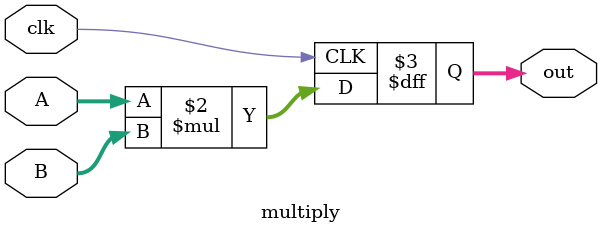
<source format=v>
module multiply(
    input clk,
    input wire signed [9:0] A,
    input wire signed [9:0] B,
    output reg signed [19:0] out
);

always @ (posedge clk) begin
    out <= A * B;
end

endmodule
</source>
